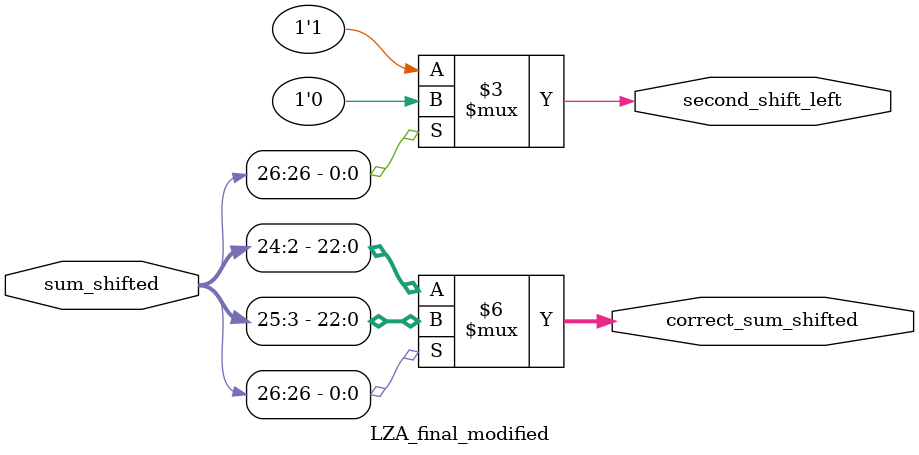
<source format=v>
module LZA_final_modified (
input [26:0]sum_shifted,
output reg [22:0]correct_sum_shifted,
output reg second_shift_left
);
always@(*)
begin
	if(sum_shifted[26])
		begin
			correct_sum_shifted = sum_shifted[25:3];
            second_shift_left = 0;
		end
	else
		begin
			correct_sum_shifted = sum_shifted[24:2];
            second_shift_left = 1;
		end
end
endmodule
</source>
